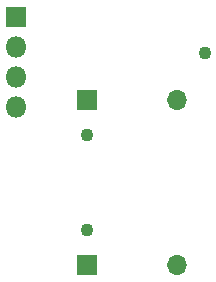
<source format=gbs>
G04 #@! TF.GenerationSoftware,KiCad,Pcbnew,5.1.6-c6e7f7d~87~ubuntu18.04.1*
G04 #@! TF.CreationDate,2021-01-03T20:00:45-05:00*
G04 #@! TF.ProjectId,entropy,656e7472-6f70-4792-9e6b-696361645f70,rev?*
G04 #@! TF.SameCoordinates,Original*
G04 #@! TF.FileFunction,Soldermask,Bot*
G04 #@! TF.FilePolarity,Negative*
%FSLAX46Y46*%
G04 Gerber Fmt 4.6, Leading zero omitted, Abs format (unit mm)*
G04 Created by KiCad (PCBNEW 5.1.6-c6e7f7d~87~ubuntu18.04.1) date 2021-01-03 20:00:45*
%MOMM*%
%LPD*%
G01*
G04 APERTURE LIST*
%ADD10R,1.700000X1.700000*%
%ADD11O,1.700000X1.700000*%
%ADD12R,1.800000X1.800000*%
%ADD13O,1.800000X1.800000*%
%ADD14C,1.100000*%
G04 APERTURE END LIST*
D10*
X167000000Y-140000000D03*
D11*
X174620000Y-140000000D03*
X174620000Y-126000000D03*
D10*
X167000000Y-126000000D03*
D12*
X161000000Y-119000000D03*
D13*
X161000000Y-121540000D03*
X161000000Y-124080000D03*
X161000000Y-126620000D03*
D14*
X167000000Y-137000000D03*
X167000000Y-129000000D03*
X177000000Y-122000000D03*
M02*

</source>
